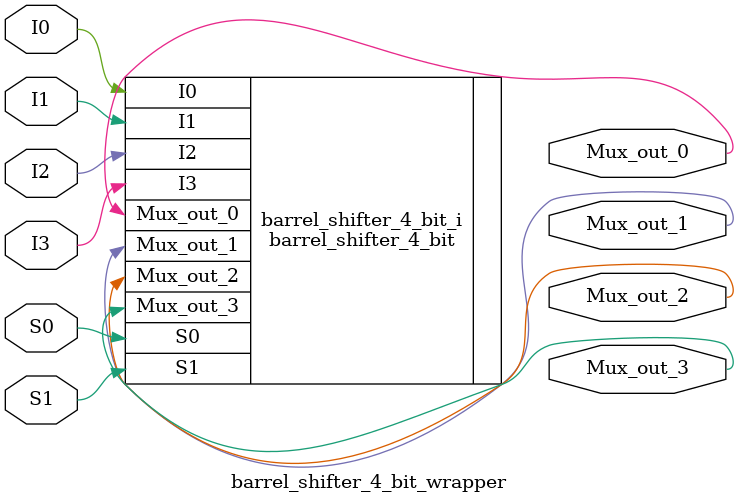
<source format=v>
`timescale 1 ps / 1 ps

module barrel_shifter_4_bit_wrapper
   (I0,
    I1,
    I2,
    I3,
    Mux_out_0,
    Mux_out_1,
    Mux_out_2,
    Mux_out_3,
    S0,
    S1);
  input I0;
  input I1;
  input I2;
  input I3;
  output Mux_out_0;
  output Mux_out_1;
  output Mux_out_2;
  output Mux_out_3;
  input S0;
  input S1;

  wire I0;
  wire I1;
  wire I2;
  wire I3;
  wire Mux_out_0;
  wire Mux_out_1;
  wire Mux_out_2;
  wire Mux_out_3;
  wire S0;
  wire S1;

  barrel_shifter_4_bit barrel_shifter_4_bit_i
       (.I0(I0),
        .I1(I1),
        .I2(I2),
        .I3(I3),
        .Mux_out_0(Mux_out_0),
        .Mux_out_1(Mux_out_1),
        .Mux_out_2(Mux_out_2),
        .Mux_out_3(Mux_out_3),
        .S0(S0),
        .S1(S1));
endmodule

</source>
